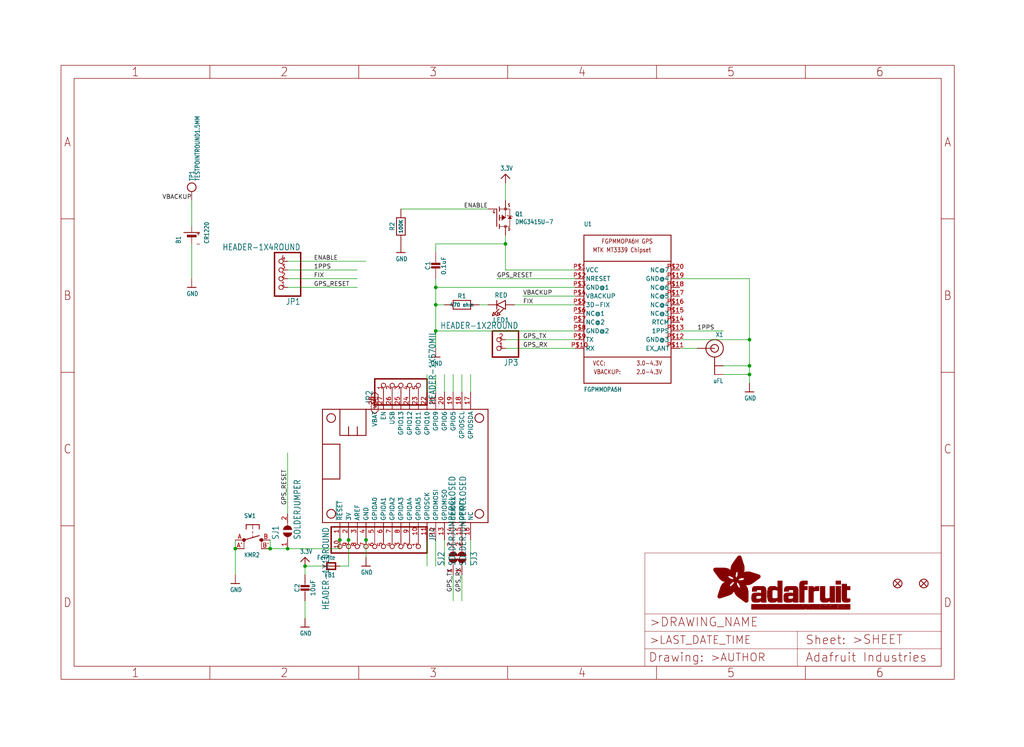
<source format=kicad_sch>
(kicad_sch (version 20211123) (generator eeschema)
  (paper "User" 298.45 217.881)
  (lib_symbols
    (symbol "eagleSchem-eagle-import:3.3V" (power)
      (property "Value" "3.3V" (at -1.524 1.016 0))
      (symbol "3.3V_1_0"
        (pin power_in line (at 0 -2.54 90) (length 2.54) (name "3.3V") (number "1"))
      )
    )
    (symbol "eagleSchem-eagle-import:ANTENNA_U.FL"
      (property "Reference" "X" (at -2.54 3.302 0))
      (property "Value" "ANTENNA_U.FL" (at -2.54 -10.16 0))
      (symbol "ANTENNA_U.FL_1_0"
        (pin passive line (at -2.54 -5.08 0) (length 2.54) (name "GND@0") (number "1"))
        (pin passive line (at -2.54 -7.62 0) (length 2.54) (name "GND@1") (number "2"))
        (pin passive line (at 5.08 0 180) (length 5.08) (name "SIGNAL") (number "3"))
      )
    )
    (symbol "eagleSchem-eagle-import:BATTERYCR1220_2"
      (property "Reference" "B" (at -2.54 3.175 0))
      (property "Value" "BATTERYCR1220_2" (at -2.54 -5.08 0))
      (symbol "BATTERYCR1220_2_1_0"
        (text "+" (at 1.27 -1.143 900) (effects (font (size 1.27 1.0795)) (justify right top)))
        (text "-" (at -1.778 -1.143 900) (effects (font (size 1.27 1.0795)) (justify right top)))
        (pin passive line (at 2.54 0 180) (length 0) (name "+") (number "+"))
        (pin passive line (at -2.54 0 0) (length 0) (name "-") (number "-"))
      )
    )
    (symbol "eagleSchem-eagle-import:CAP_CERAMIC0805-NOOUTLINE"
      (property "Reference" "C" (at -2.29 1.25 90))
      (property "Value" "CAP_CERAMIC0805-NOOUTLINE" (at 2.3 1.25 90))
      (symbol "CAP_CERAMIC0805-NOOUTLINE_1_0"
        (pin passive line (at 0 5.08 270) (length 2.54) (name "1") (number "1"))
        (pin passive line (at 0 -2.54 90) (length 2.54) (name "2") (number "2"))
      )
    )
    (symbol "eagleSchem-eagle-import:FEATHERWING"
      (symbol "FEATHERWING_1_0"
        (pin input line (at 5.08 -5.08 90) (length 5.08) (name "~{RESET}") (number "1"))
        (pin bidirectional line (at 27.94 -5.08 90) (length 5.08) (name "GPIOA5") (number "10"))
        (pin bidirectional line (at 30.48 -5.08 90) (length 5.08) (name "GPIOSCK") (number "11"))
        (pin bidirectional line (at 33.02 -5.08 90) (length 5.08) (name "GPIOMOSI") (number "12"))
        (pin bidirectional line (at 35.56 -5.08 90) (length 5.08) (name "GPIOMISO") (number "13"))
        (pin bidirectional line (at 38.1 -5.08 90) (length 5.08) (name "GPIORX") (number "14"))
        (pin bidirectional line (at 40.64 -5.08 90) (length 5.08) (name "GPIOTX") (number "15"))
        (pin passive line (at 43.18 -5.08 90) (length 5.08) (name "NC") (number "16"))
        (pin bidirectional line (at 43.18 38.1 270) (length 5.08) (name "GPIOSDA") (number "17"))
        (pin bidirectional line (at 40.64 38.1 270) (length 5.08) (name "GPIOSCL") (number "18"))
        (pin bidirectional line (at 38.1 38.1 270) (length 5.08) (name "GPIO5") (number "19"))
        (pin power_in line (at 7.62 -5.08 90) (length 5.08) (name "3V") (number "2"))
        (pin bidirectional line (at 35.56 38.1 270) (length 5.08) (name "GPIO6") (number "20"))
        (pin bidirectional line (at 33.02 38.1 270) (length 5.08) (name "GPIO9") (number "21"))
        (pin bidirectional line (at 30.48 38.1 270) (length 5.08) (name "GPIO10") (number "22"))
        (pin bidirectional line (at 27.94 38.1 270) (length 5.08) (name "GPIO11") (number "23"))
        (pin bidirectional line (at 25.4 38.1 270) (length 5.08) (name "GPIO12") (number "24"))
        (pin bidirectional line (at 22.86 38.1 270) (length 5.08) (name "GPIO13") (number "25"))
        (pin power_in line (at 20.32 38.1 270) (length 5.08) (name "USB") (number "26"))
        (pin passive line (at 17.78 38.1 270) (length 5.08) (name "EN") (number "27"))
        (pin power_in line (at 15.24 38.1 270) (length 5.08) (name "VBAT") (number "28"))
        (pin passive line (at 10.16 -5.08 90) (length 5.08) (name "AREF") (number "3"))
        (pin power_in line (at 12.7 -5.08 90) (length 5.08) (name "GND") (number "4"))
        (pin bidirectional line (at 15.24 -5.08 90) (length 5.08) (name "GPIOA0") (number "5"))
        (pin bidirectional line (at 17.78 -5.08 90) (length 5.08) (name "GPIOA1") (number "6"))
        (pin bidirectional line (at 20.32 -5.08 90) (length 5.08) (name "GPIOA2") (number "7"))
        (pin bidirectional line (at 22.86 -5.08 90) (length 5.08) (name "GPIOA3") (number "8"))
        (pin bidirectional line (at 25.4 -5.08 90) (length 5.08) (name "GPIOA4") (number "9"))
      )
    )
    (symbol "eagleSchem-eagle-import:FERRITE-0805NO"
      (property "Reference" "FB" (at -1.27 1.905 0))
      (property "Value" "FERRITE-0805NO" (at -1.27 -3.175 0))
      (symbol "FERRITE-0805NO_1_0"
        (pin passive line (at -2.54 0 0) (length 2.54) (name "P$1") (number "1"))
        (pin passive line (at 2.54 0 180) (length 2.54) (name "P$2") (number "2"))
      )
    )
    (symbol "eagleSchem-eagle-import:FIDUCIAL{dblquote}{dblquote}")
    (symbol "eagleSchem-eagle-import:FRAME_A4_ADAFRUIT"
      (symbol "FRAME_A4_ADAFRUIT_0_0"
        (text "1" (at 21.6958 1.905 0) (effects (font (size 2.54 2.286))))
        (text "1" (at 21.6958 177.165 0) (effects (font (size 2.54 2.286))))
        (text "2" (at 65.0875 1.905 0) (effects (font (size 2.54 2.286))))
        (text "2" (at 65.0875 177.165 0) (effects (font (size 2.54 2.286))))
        (text "3" (at 108.4792 1.905 0) (effects (font (size 2.54 2.286))))
        (text "3" (at 108.4792 177.165 0) (effects (font (size 2.54 2.286))))
        (text "4" (at 151.8708 1.905 0) (effects (font (size 2.54 2.286))))
        (text "4" (at 151.8708 177.165 0) (effects (font (size 2.54 2.286))))
        (text "5" (at 195.2625 1.905 0) (effects (font (size 2.54 2.286))))
        (text "5" (at 195.2625 177.165 0) (effects (font (size 2.54 2.286))))
        (text "6" (at 238.6542 1.905 0) (effects (font (size 2.54 2.286))))
        (text "6" (at 238.6542 177.165 0) (effects (font (size 2.54 2.286))))
        (text "A" (at 1.905 156.6863 0) (effects (font (size 2.54 2.286))))
        (text "A" (at 258.445 156.6863 0) (effects (font (size 2.54 2.286))))
        (text "B" (at 1.905 111.9188 0) (effects (font (size 2.54 2.286))))
        (text "B" (at 258.445 111.9188 0) (effects (font (size 2.54 2.286))))
        (text "C" (at 1.905 67.1513 0) (effects (font (size 2.54 2.286))))
        (text "C" (at 258.445 67.1513 0) (effects (font (size 2.54 2.286))))
        (text "D" (at 1.905 22.3838 0) (effects (font (size 2.54 2.286))))
        (text "D" (at 258.445 22.3838 0) (effects (font (size 2.54 2.286))))
      )
      (symbol "FRAME_A4_ADAFRUIT_1_0"
        (text ">AUTHOR" (at 189.23 5.08 0) (effects (font (size 2.286 2.286)) (justify left bottom)))
        (text ">DRAWING_NAME" (at 171.45 15.24 0) (effects (font (size 2.54 2.54)) (justify left bottom)))
        (text ">LAST_DATE_TIME" (at 171.45 10.16 0) (effects (font (size 2.286 2.286)) (justify left bottom)))
        (text ">SHEET" (at 230.505 10.16 0) (effects (font (size 2.54 2.54)) (justify left bottom)))
        (text "Adafruit Industries" (at 216.916 4.953 0) (effects (font (size 2.54 2.54)) (justify left bottom)))
        (text "Drawing:" (at 171.196 4.953 0) (effects (font (size 2.54 2.54)) (justify left bottom)))
        (text "Sheet:" (at 216.916 10.033 0) (effects (font (size 2.54 2.54)) (justify left bottom)))
      )
    )
    (symbol "eagleSchem-eagle-import:GND" (power)
      (property "Value" "GND" (at -1.524 -2.54 0))
      (symbol "GND_1_0"
        (pin power_in line (at 0 2.54 270) (length 2.54) (name "GND") (number "1"))
      )
    )
    (symbol "eagleSchem-eagle-import:GPS_FGPMMOPA6H"
      (property "Reference" "U" (at -12.7 22.86 0))
      (property "Value" "GPS_FGPMMOPA6H" (at -12.7 -25.4 0))
      (symbol "GPS_FGPMMOPA6H_1_0"
        (text "2.0-4.3V" (at 2.54 -20.32 0) (effects (font (size 1.27 1.0795)) (justify left bottom)))
        (text "3.0-4.3V" (at 2.54 -17.78 0) (effects (font (size 1.27 1.0795)) (justify left bottom)))
        (text "FGPMMOPA6H GPS" (at -7.62 17.78 0) (effects (font (size 1.27 1.0795)) (justify left bottom)))
        (text "MTK MT3339 Chipset" (at -10.16 15.24 0) (effects (font (size 1.27 1.0795)) (justify left bottom)))
        (text "VBACKUP:" (at -9.906 -20.32 0) (effects (font (size 1.27 1.0795)) (justify left bottom)))
        (text "VCC:" (at -10.16 -17.78 0) (effects (font (size 1.27 1.0795)) (justify left bottom)))
        (pin bidirectional line (at -15.24 10.16 0) (length 2.54) (name "VCC") (number "P$1"))
        (pin bidirectional line (at -15.24 -12.7 0) (length 2.54) (name "RX") (number "P$10"))
        (pin bidirectional line (at 15.24 -12.7 180) (length 2.54) (name "EX_ANT") (number "P$11"))
        (pin bidirectional line (at 15.24 -10.16 180) (length 2.54) (name "GND@3") (number "P$12"))
        (pin bidirectional line (at 15.24 -7.62 180) (length 2.54) (name "1PPS") (number "P$13"))
        (pin bidirectional line (at 15.24 -5.08 180) (length 2.54) (name "RTCM") (number "P$14"))
        (pin bidirectional line (at 15.24 -2.54 180) (length 2.54) (name "NC@3") (number "P$15"))
        (pin bidirectional line (at 15.24 0 180) (length 2.54) (name "NC@4") (number "P$16"))
        (pin bidirectional line (at 15.24 2.54 180) (length 2.54) (name "NC@5") (number "P$17"))
        (pin bidirectional line (at 15.24 5.08 180) (length 2.54) (name "NC@6") (number "P$18"))
        (pin bidirectional line (at 15.24 7.62 180) (length 2.54) (name "GND@4") (number "P$19"))
        (pin bidirectional line (at -15.24 7.62 0) (length 2.54) (name "NRESET") (number "P$2"))
        (pin bidirectional line (at 15.24 10.16 180) (length 2.54) (name "NC@7") (number "P$20"))
        (pin bidirectional line (at -15.24 5.08 0) (length 2.54) (name "GND@1") (number "P$3"))
        (pin bidirectional line (at -15.24 2.54 0) (length 2.54) (name "VBACKUP") (number "P$4"))
        (pin bidirectional line (at -15.24 0 0) (length 2.54) (name "3D-FIX") (number "P$5"))
        (pin bidirectional line (at -15.24 -2.54 0) (length 2.54) (name "NC@1") (number "P$6"))
        (pin bidirectional line (at -15.24 -5.08 0) (length 2.54) (name "NC@2") (number "P$7"))
        (pin bidirectional line (at -15.24 -7.62 0) (length 2.54) (name "GND@2") (number "P$8"))
        (pin bidirectional line (at -15.24 -10.16 0) (length 2.54) (name "TX") (number "P$9"))
      )
    )
    (symbol "eagleSchem-eagle-import:HEADER-1X10ROUND"
      (property "Reference" "JP" (at -6.35 13.335 0))
      (property "Value" "HEADER-1X10ROUND" (at -6.35 -17.78 0))
      (symbol "HEADER-1X10ROUND_1_0"
        (pin passive inverted (at -2.54 10.16 0) (length 2.54) (name "1") (number "1"))
        (pin passive inverted (at -2.54 -12.7 0) (length 2.54) (name "10") (number "10"))
        (pin passive inverted (at -2.54 7.62 0) (length 2.54) (name "2") (number "2"))
        (pin passive inverted (at -2.54 5.08 0) (length 2.54) (name "3") (number "3"))
        (pin passive inverted (at -2.54 2.54 0) (length 2.54) (name "4") (number "4"))
        (pin passive inverted (at -2.54 0 0) (length 2.54) (name "5") (number "5"))
        (pin passive inverted (at -2.54 -2.54 0) (length 2.54) (name "6") (number "6"))
        (pin passive inverted (at -2.54 -5.08 0) (length 2.54) (name "7") (number "7"))
        (pin passive inverted (at -2.54 -7.62 0) (length 2.54) (name "8") (number "8"))
        (pin passive inverted (at -2.54 -10.16 0) (length 2.54) (name "9") (number "9"))
      )
    )
    (symbol "eagleSchem-eagle-import:HEADER-1X2ROUND"
      (property "Reference" "JP" (at -6.35 5.715 0))
      (property "Value" "HEADER-1X2ROUND" (at -6.35 -5.08 0))
      (symbol "HEADER-1X2ROUND_1_0"
        (pin passive inverted (at -2.54 2.54 0) (length 2.54) (name "1") (number "1"))
        (pin passive inverted (at -2.54 0 0) (length 2.54) (name "2") (number "2"))
      )
    )
    (symbol "eagleSchem-eagle-import:HEADER-1X4ROUND"
      (property "Reference" "JP" (at -6.35 8.255 0))
      (property "Value" "HEADER-1X4ROUND" (at -6.35 -7.62 0))
      (symbol "HEADER-1X4ROUND_1_0"
        (pin passive inverted (at -2.54 5.08 0) (length 2.54) (name "1") (number "1"))
        (pin passive inverted (at -2.54 2.54 0) (length 2.54) (name "2") (number "2"))
        (pin passive inverted (at -2.54 0 0) (length 2.54) (name "3") (number "3"))
        (pin passive inverted (at -2.54 -2.54 0) (length 2.54) (name "4") (number "4"))
      )
    )
    (symbol "eagleSchem-eagle-import:HEADER-1X570MIL"
      (property "Reference" "JP" (at -6.35 8.255 0))
      (property "Value" "HEADER-1X570MIL" (at -6.35 -10.16 0))
      (symbol "HEADER-1X570MIL_1_0"
        (pin passive inverted (at -2.54 5.08 0) (length 2.54) (name "1") (number "1"))
        (pin passive inverted (at -2.54 2.54 0) (length 2.54) (name "2") (number "2"))
        (pin passive inverted (at -2.54 0 0) (length 2.54) (name "3") (number "3"))
        (pin passive inverted (at -2.54 -2.54 0) (length 2.54) (name "4") (number "4"))
        (pin passive inverted (at -2.54 -5.08 0) (length 2.54) (name "5") (number "5"))
      )
    )
    (symbol "eagleSchem-eagle-import:LED0805_NOOUTLINE"
      (property "Reference" "D" (at -1.27 4.445 0))
      (property "Value" "LED0805_NOOUTLINE" (at -1.27 -2.794 0))
      (symbol "LED0805_NOOUTLINE_1_0"
        (pin passive line (at -5.08 0 0) (length 2.54) (name "A") (number "A"))
        (pin passive line (at 2.54 0 180) (length 2.54) (name "C") (number "C"))
      )
    )
    (symbol "eagleSchem-eagle-import:MOSFET-PWIDE"
      (property "Reference" "Q" (at 2.794 0.381 0))
      (property "Value" "MOSFET-PWIDE" (at 2.794 -1.905 0))
      (symbol "MOSFET-PWIDE_1_0"
        (text "D" (at 0.635 -3.81 0) (effects (font (size 0.8128 0.6908)) (justify left bottom)))
        (text "G" (at -3.81 1.27 0) (effects (font (size 0.8128 0.6908)) (justify left bottom)))
        (text "S" (at 0.635 3.175 0) (effects (font (size 0.8128 0.6908)) (justify left bottom)))
        (pin passive line (at -5.08 2.54 0) (length 2.54) (name "G") (number "1"))
        (pin passive line (at 0 5.08 270) (length 2.54) (name "S") (number "2"))
        (pin passive line (at 0 -5.08 90) (length 2.54) (name "D") (number "3"))
      )
    )
    (symbol "eagleSchem-eagle-import:RESISTOR0805_NOOUTLINE"
      (property "Reference" "R" (at 0 2.54 0))
      (property "Value" "RESISTOR0805_NOOUTLINE" (at 0 0 0))
      (symbol "RESISTOR0805_NOOUTLINE_1_0"
        (pin passive line (at -5.08 0 0) (length 2.54) (name "1") (number "1"))
        (pin passive line (at 5.08 0 180) (length 2.54) (name "2") (number "2"))
      )
    )
    (symbol "eagleSchem-eagle-import:SOLDERJUMPER"
      (property "Reference" "SJ" (at -2.54 2.54 0))
      (property "Value" "SOLDERJUMPER" (at -2.54 -3.81 0))
      (symbol "SOLDERJUMPER_1_0"
        (pin passive line (at -5.08 0 0) (length 2.54) (name "1") (number "1"))
        (pin passive line (at 5.08 0 180) (length 2.54) (name "2") (number "2"))
      )
    )
    (symbol "eagleSchem-eagle-import:SOLDERJUMPERCLOSED"
      (property "Reference" "SJ" (at -2.54 2.54 0))
      (property "Value" "SOLDERJUMPERCLOSED" (at -2.54 -3.81 0))
      (symbol "SOLDERJUMPERCLOSED_1_0"
        (pin passive line (at -5.08 0 0) (length 2.54) (name "1") (number "1"))
        (pin passive line (at 5.08 0 180) (length 2.54) (name "2") (number "2"))
      )
    )
    (symbol "eagleSchem-eagle-import:SWITCH_TACT_SMT4.6X2.8"
      (property "Reference" "SW" (at -2.54 6.35 0))
      (property "Value" "SWITCH_TACT_SMT4.6X2.8" (at -2.54 -5.08 0))
      (symbol "SWITCH_TACT_SMT4.6X2.8_1_0"
        (pin passive line (at -5.08 0 0) (length 2.54) (name "P") (number "A"))
        (pin passive line (at -5.08 -2.54 0) (length 2.54) (name "P1") (number "A'"))
        (pin passive line (at 5.08 0 180) (length 2.54) (name "S") (number "B"))
        (pin passive line (at 5.08 -2.54 180) (length 2.54) (name "S1") (number "B'"))
      )
    )
    (symbol "eagleSchem-eagle-import:TESTPOINTROUND1.5MM"
      (property "Reference" "TP" (at 0 5.588 90))
      (property "Value" "TESTPOINTROUND1.5MM" (at 1.651 5.588 90))
      (symbol "TESTPOINTROUND1.5MM_1_0"
        (pin bidirectional line (at 0 0 90) (length 2.54) (name "P$1") (number "P$1"))
      )
    )
  )
  (junction (at 106.68 157.48))
  (junction (at 127 88.9))
  (junction (at 127 96.52))
  (junction (at 218.44 106.68))
  (junction (at 88.9 165.1))
  (junction (at 68.58 160.02))
  (junction (at 78.74 160.02))
  (junction (at 101.6 157.48))
  (junction (at 127 83.82))
  (junction (at 147.32 71.12))
  (junction (at 218.44 109.22))
  (junction (at 218.44 99.06))
  (junction (at 99.06 157.48))
  (junction (at 83.82 160.02))
  (wire (pts (xy 198.12 99.06) (xy 218.44 99.06)))
  (wire (pts (xy 127 83.82) (xy 127 88.9)))
  (wire (pts (xy 127 88.9) (xy 127 96.52)))
  (wire (pts (xy 83.82 76.2) (xy 106.68 76.2)))
  (wire (pts (xy 127 157.48) (xy 127 165.1)))
  (wire (pts (xy 218.44 109.22) (xy 218.44 111.76)))
  (wire (pts (xy 198.12 81.28) (xy 218.44 81.28)))
  (wire (pts (xy 167.64 81.28) (xy 144.78 81.28)))
  (wire (pts (xy 68.58 157.48) (xy 68.58 160.02)))
  (wire (pts (xy 147.32 53.34) (xy 147.32 58.42)))
  (wire (pts (xy 198.12 101.6) (xy 203.2 101.6)))
  (wire (pts (xy 124.46 157.48) (xy 124.46 165.1)))
  (wire (pts (xy 93.98 165.1) (xy 88.9 165.1)))
  (wire (pts (xy 210.82 109.22) (xy 218.44 109.22)))
  (wire (pts (xy 137.16 109.22) (xy 137.16 114.3)))
  (wire (pts (xy 83.82 149.86) (xy 83.82 132.08)))
  (wire (pts (xy 132.08 167.64) (xy 132.08 175.26)))
  (wire (pts (xy 83.82 160.02) (xy 99.06 160.02)))
  (wire (pts (xy 101.6 165.1) (xy 99.06 165.1)))
  (wire (pts (xy 167.64 83.82) (xy 127 83.82)))
  (wire (pts (xy 218.44 106.68) (xy 218.44 109.22)))
  (wire (pts (xy 88.9 175.26) (xy 88.9 180.34)))
  (wire (pts (xy 142.24 60.96) (xy 116.84 60.96)))
  (wire (pts (xy 167.64 88.9) (xy 149.86 88.9)))
  (wire (pts (xy 127 81.28) (xy 127 83.82)))
  (wire (pts (xy 210.82 106.68) (xy 218.44 106.68)))
  (wire (pts (xy 129.54 157.48) (xy 129.54 165.1)))
  (wire (pts (xy 129.54 109.22) (xy 129.54 114.3)))
  (wire (pts (xy 142.24 88.9) (xy 139.7 88.9)))
  (wire (pts (xy 68.58 160.02) (xy 68.58 167.64)))
  (wire (pts (xy 55.88 71.12) (xy 55.88 81.28)))
  (wire (pts (xy 78.74 160.02) (xy 83.82 160.02)))
  (wire (pts (xy 134.62 109.22) (xy 134.62 114.3)))
  (wire (pts (xy 88.9 165.1) (xy 88.9 167.64)))
  (wire (pts (xy 83.82 78.74) (xy 104.14 78.74)))
  (wire (pts (xy 127 71.12) (xy 147.32 71.12)))
  (wire (pts (xy 218.44 81.28) (xy 218.44 99.06)))
  (wire (pts (xy 124.46 109.22) (xy 124.46 114.3)))
  (wire (pts (xy 198.12 96.52) (xy 210.82 96.52)))
  (wire (pts (xy 83.82 81.28) (xy 104.14 81.28)))
  (wire (pts (xy 167.64 86.36) (xy 152.4 86.36)))
  (wire (pts (xy 55.88 66.04) (xy 55.88 58.42)))
  (wire (pts (xy 78.74 157.48) (xy 78.74 160.02)))
  (wire (pts (xy 218.44 99.06) (xy 218.44 106.68)))
  (wire (pts (xy 101.6 157.48) (xy 101.6 165.1)))
  (wire (pts (xy 104.14 83.82) (xy 83.82 83.82)))
  (wire (pts (xy 132.08 109.22) (xy 132.08 114.3)))
  (wire (pts (xy 167.64 96.52) (xy 127 96.52)))
  (wire (pts (xy 147.32 68.58) (xy 147.32 71.12)))
  (wire (pts (xy 147.32 71.12) (xy 147.32 78.74)))
  (wire (pts (xy 167.64 78.74) (xy 147.32 78.74)))
  (wire (pts (xy 137.16 157.48) (xy 137.16 165.1)))
  (wire (pts (xy 167.64 99.06) (xy 147.32 99.06)))
  (wire (pts (xy 134.62 167.64) (xy 134.62 175.26)))
  (wire (pts (xy 167.64 101.6) (xy 147.32 101.6)))
  (wire (pts (xy 127 73.66) (xy 127 71.12)))
  (wire (pts (xy 129.54 88.9) (xy 127 88.9)))
  (wire (pts (xy 106.68 162.56) (xy 106.68 157.48)))
  (wire (pts (xy 127 96.52) (xy 127 101.6)))
  (wire (pts (xy 127 109.22) (xy 127 114.3)))
  (wire (pts (xy 99.06 160.02) (xy 99.06 157.48)))
  (label "GPS_RESET" (at 144.78 81.28 0) (effects (font (size 1.2446 1.2446))))
  (label "GPS_TX" (at 152.4 99.06 0) (effects (font (size 1.2446 1.2446))))
  (label "GPS_TX" (at 132.08 172.72 90) (effects (font (size 1.2446 1.2446))))
  (label "GPS_RX" (at 152.4 101.6 0) (effects (font (size 1.2446 1.2446))))
  (label "GPS_RESET" (at 83.82 147.32 90) (effects (font (size 1.2446 1.2446))))
  (label "1PPS" (at 91.44 78.74 0) (effects (font (size 1.2446 1.2446))))
  (label "VBACKUP" (at 55.88 58.42 180) (effects (font (size 1.2446 1.2446))))
  (label "ENABLE" (at 142.24 60.96 180) (effects (font (size 1.2446 1.2446))))
  (label "FIX" (at 152.4 88.9 0) (effects (font (size 1.2446 1.2446))))
  (label "VBACKUP" (at 152.4 86.36 0) (effects (font (size 1.2446 1.2446))))
  (label "ENABLE" (at 91.44 76.2 0) (effects (font (size 1.2446 1.2446))))
  (label "FIX" (at 91.44 81.28 0) (effects (font (size 1.2446 1.2446))))
  (label "GPS_RX" (at 134.62 172.72 90) (effects (font (size 1.2446 1.2446))))
  (label "1PPS" (at 203.2 96.52 0) (effects (font (size 1.2446 1.2446))))
  (label "GPS_RESET" (at 91.44 83.82 0) (effects (font (size 1.2446 1.2446))))
  (global_label "VBAT" (shape bidirectional) (at 109.22 114.3 270) (effects (font (size 1.016 1.016))) (property "Intersheet References" "${INTERSHEET_REFS}" (effects hide)))
  (global_label "VBAT" (shape bidirectional) (at 109.22 114.3 270) (effects (font (size 1.016 1.016))) (property "Intersheet References" "${INTERSHEET_REFS}" (effects hide)))
  (symbol (lib_id "eagleSchem-eagle-import:FIDUCIAL{dblquote}{dblquote}") (at 269.24 170.18 0) (unit 1)
    (property "Reference" "FID1" (effects hide))
    (property "Value" "FIDUCIAL{dblquote}{dblquote}" (effects hide))
    (property "Footprint" "eagleSchem:FIDUCIAL_1MM" (effects hide))
  )
  (symbol (lib_id "eagleSchem-eagle-import:GND") (at 55.88 83.82 0) (unit 1)
    (property "Reference" "#U$14" (effects hide))
    (property "Value" "GND" (at 54.356 86.36 0) (effects (font (size 1.27 1.0795)) (justify left bottom)))
    (property "Footprint" "eagleSchem:" (effects hide))
  )
  (symbol (lib_id "eagleSchem-eagle-import:CAP_CERAMIC0805-NOOUTLINE") (at 88.9 172.72 0) (unit 1)
    (property "Reference" "C2" (at 86.61 171.47 90))
    (property "Value" "10uF" (at 91.2 171.47 90))
    (property "Footprint" "eagleSchem:0805-NO" (effects hide))
  )
  (symbol (lib_id "eagleSchem-eagle-import:GND") (at 218.44 114.3 0) (unit 1)
    (property "Reference" "#U$19" (effects hide))
    (property "Value" "GND" (at 216.916 116.84 0) (effects (font (size 1.27 1.0795)) (justify left bottom)))
    (property "Footprint" "eagleSchem:" (effects hide))
  )
  (symbol (lib_id "eagleSchem-eagle-import:SOLDERJUMPERCLOSED") (at 134.62 162.56 270) (mirror x) (unit 1)
    (property "Reference" "SJ3" (at 137.16 165.1 0) (effects (font (size 1.778 1.5113)) (justify left bottom)))
    (property "Value" "SOLDERJUMPERCLOSED" (at 130.81 165.1 0) (effects (font (size 1.778 1.5113)) (justify left bottom)))
    (property "Footprint" "eagleSchem:SOLDERJUMPER_CLOSEDWIRE" (effects hide))
  )
  (symbol (lib_id "eagleSchem-eagle-import:GND") (at 127 104.14 0) (unit 1)
    (property "Reference" "#U$2" (effects hide))
    (property "Value" "GND" (at 125.476 106.68 0) (effects (font (size 1.27 1.0795)) (justify left bottom)))
    (property "Footprint" "eagleSchem:" (effects hide))
  )
  (symbol (lib_id "eagleSchem-eagle-import:BATTERYCR1220_2") (at 55.88 68.58 90) (unit 1)
    (property "Reference" "B1" (at 52.705 71.12 0) (effects (font (size 1.27 1.0795)) (justify left bottom)))
    (property "Value" "CR1220" (at 60.96 71.12 0) (effects (font (size 1.27 1.0795)) (justify left bottom)))
    (property "Footprint" "eagleSchem:CR1220-2" (effects hide))
  )
  (symbol (lib_id "eagleSchem-eagle-import:HEADER-1X570MIL") (at 116.84 111.76 90) (unit 1)
    (property "Reference" "JP2" (at 108.585 118.11 0) (effects (font (size 1.778 1.5113)) (justify left bottom)))
    (property "Value" "HEADER-1X570MIL" (at 127 118.11 0) (effects (font (size 1.778 1.5113)) (justify left bottom)))
    (property "Footprint" "eagleSchem:1X05_ROUND_70" (effects hide))
  )
  (symbol (lib_id "eagleSchem-eagle-import:RESISTOR0805_NOOUTLINE") (at 134.62 88.9 0) (unit 1)
    (property "Reference" "R1" (at 134.62 86.36 0))
    (property "Value" "470 ohm" (at 134.62 88.9 0) (effects (font (size 1.016 1.016) bold)))
    (property "Footprint" "eagleSchem:0805-NO" (effects hide))
  )
  (symbol (lib_id "eagleSchem-eagle-import:HEADER-1X10ROUND") (at 111.76 160.02 270) (unit 1)
    (property "Reference" "JP4" (at 125.095 153.67 0) (effects (font (size 1.778 1.5113)) (justify left bottom)))
    (property "Value" "HEADER-1X10ROUND" (at 93.98 153.67 0) (effects (font (size 1.778 1.5113)) (justify left bottom)))
    (property "Footprint" "eagleSchem:1X10_ROUND" (effects hide))
  )
  (symbol (lib_id "eagleSchem-eagle-import:GND") (at 88.9 182.88 0) (unit 1)
    (property "Reference" "#U$5" (effects hide))
    (property "Value" "GND" (at 87.376 185.42 0) (effects (font (size 1.27 1.0795)) (justify left bottom)))
    (property "Footprint" "eagleSchem:" (effects hide))
  )
  (symbol (lib_id "eagleSchem-eagle-import:ANTENNA_U.FL") (at 208.28 101.6 0) (mirror y) (unit 1)
    (property "Reference" "X1" (at 210.82 98.298 0) (effects (font (size 1.27 1.0795)) (justify left bottom)))
    (property "Value" "uFL" (at 210.82 111.76 0) (effects (font (size 1.27 1.0795)) (justify left bottom)))
    (property "Footprint" "eagleSchem:U.FL" (effects hide))
  )
  (symbol (lib_id "eagleSchem-eagle-import:FEATHERWING") (at 93.98 152.4 0) (unit 1)
    (property "Reference" "MS1" (effects hide))
    (property "Value" "FEATHERWING" (effects hide))
    (property "Footprint" "eagleSchem:FEATHERWING" (effects hide))
  )
  (symbol (lib_id "eagleSchem-eagle-import:GND") (at 106.68 165.1 0) (unit 1)
    (property "Reference" "#U$8" (effects hide))
    (property "Value" "GND" (at 105.156 167.64 0) (effects (font (size 1.27 1.0795)) (justify left bottom)))
    (property "Footprint" "eagleSchem:" (effects hide))
  )
  (symbol (lib_id "eagleSchem-eagle-import:GND") (at 116.84 73.66 0) (unit 1)
    (property "Reference" "#U$7" (effects hide))
    (property "Value" "GND" (at 115.316 76.2 0) (effects (font (size 1.27 1.0795)) (justify left bottom)))
    (property "Footprint" "eagleSchem:" (effects hide))
  )
  (symbol (lib_id "eagleSchem-eagle-import:HEADER-1X4ROUND") (at 81.28 78.74 180) (unit 1)
    (property "Reference" "JP1" (at 87.63 86.995 0) (effects (font (size 1.778 1.5113)) (justify left bottom)))
    (property "Value" "HEADER-1X4ROUND" (at 87.63 71.12 0) (effects (font (size 1.778 1.5113)) (justify left bottom)))
    (property "Footprint" "eagleSchem:1X04_ROUND" (effects hide))
  )
  (symbol (lib_id "eagleSchem-eagle-import:SOLDERJUMPER") (at 83.82 154.94 90) (unit 1)
    (property "Reference" "SJ1" (at 81.28 157.48 0) (effects (font (size 1.778 1.5113)) (justify left bottom)))
    (property "Value" "SOLDERJUMPER" (at 87.63 157.48 0) (effects (font (size 1.778 1.5113)) (justify left bottom)))
    (property "Footprint" "eagleSchem:SOLDERJUMPER_ARROW_NOPASTE" (effects hide))
  )
  (symbol (lib_id "eagleSchem-eagle-import:SWITCH_TACT_SMT4.6X2.8") (at 73.66 157.48 0) (unit 1)
    (property "Reference" "SW1" (at 71.12 151.13 0) (effects (font (size 1.27 1.0795)) (justify left bottom)))
    (property "Value" "KMR2" (at 71.12 162.56 0) (effects (font (size 1.27 1.0795)) (justify left bottom)))
    (property "Footprint" "eagleSchem:BTN_KMR2_4.6X2.8" (effects hide))
  )
  (symbol (lib_id "eagleSchem-eagle-import:3.3V") (at 147.32 50.8 0) (unit 1)
    (property "Reference" "#U$4" (effects hide))
    (property "Value" "3.3V" (at 145.796 49.784 0) (effects (font (size 1.27 1.0795)) (justify left bottom)))
    (property "Footprint" "eagleSchem:" (effects hide))
  )
  (symbol (lib_id "eagleSchem-eagle-import:GND") (at 68.58 170.18 0) (unit 1)
    (property "Reference" "#U$6" (effects hide))
    (property "Value" "GND" (at 67.056 172.72 0) (effects (font (size 1.27 1.0795)) (justify left bottom)))
    (property "Footprint" "eagleSchem:" (effects hide))
  )
  (symbol (lib_id "eagleSchem-eagle-import:3.3V") (at 88.9 162.56 0) (unit 1)
    (property "Reference" "#U$3" (effects hide))
    (property "Value" "3.3V" (at 87.376 161.544 0) (effects (font (size 1.27 1.0795)) (justify left bottom)))
    (property "Footprint" "eagleSchem:" (effects hide))
  )
  (symbol (lib_id "eagleSchem-eagle-import:TESTPOINTROUND1.5MM") (at 55.88 58.42 0) (unit 1)
    (property "Reference" "TP1" (at 55.88 52.832 90) (effects (font (size 1.27 1.0795)) (justify left)))
    (property "Value" "TESTPOINTROUND1.5MM" (at 57.531 52.832 90) (effects (font (size 1.27 1.0795)) (justify left)))
    (property "Footprint" "eagleSchem:TESTPOINT_ROUND_1.5MM" (effects hide))
  )
  (symbol (lib_id "eagleSchem-eagle-import:FRAME_A4_ADAFRUIT") (at 17.78 198.12 0) (unit 1)
    (property "Reference" "#U$1" (effects hide))
    (property "Value" "FRAME_A4_ADAFRUIT" (effects hide))
    (property "Footprint" "eagleSchem:" (effects hide))
  )
  (symbol (lib_id "eagleSchem-eagle-import:MOSFET-PWIDE") (at 147.32 63.5 0) (unit 1)
    (property "Reference" "Q1" (at 150.114 63.119 0) (effects (font (size 1.27 1.0795)) (justify left bottom)))
    (property "Value" "DMG3415U-7 " (at 150.114 65.405 0) (effects (font (size 1.27 1.0795)) (justify left bottom)))
    (property "Footprint" "eagleSchem:SOT23-WIDE" (effects hide))
  )
  (symbol (lib_id "eagleSchem-eagle-import:HEADER-1X2ROUND") (at 144.78 99.06 180) (unit 1)
    (property "Reference" "JP3" (at 151.13 104.775 0) (effects (font (size 1.778 1.5113)) (justify left bottom)))
    (property "Value" "HEADER-1X2ROUND" (at 151.13 93.98 0) (effects (font (size 1.778 1.5113)) (justify left bottom)))
    (property "Footprint" "eagleSchem:1X02_ROUND" (effects hide))
  )
  (symbol (lib_id "eagleSchem-eagle-import:FERRITE-0805NO") (at 96.52 165.1 180) (unit 1)
    (property "Reference" "FB1" (at 97.79 167.005 0) (effects (font (size 1.27 1.0795)) (justify left bottom)))
    (property "Value" "Ferrite" (at 97.79 161.925 0) (effects (font (size 1.27 1.0795)) (justify left bottom)))
    (property "Footprint" "eagleSchem:0805-NO" (effects hide))
  )
  (symbol (lib_id "eagleSchem-eagle-import:CAP_CERAMIC0805-NOOUTLINE") (at 127 78.74 0) (unit 1)
    (property "Reference" "C1" (at 124.71 77.49 90))
    (property "Value" "0.1uF" (at 129.3 77.49 90))
    (property "Footprint" "eagleSchem:0805-NO" (effects hide))
  )
  (symbol (lib_id "eagleSchem-eagle-import:SOLDERJUMPERCLOSED") (at 132.08 162.56 90) (unit 1)
    (property "Reference" "SJ2" (at 129.54 165.1 0) (effects (font (size 1.778 1.5113)) (justify left bottom)))
    (property "Value" "SOLDERJUMPERCLOSED" (at 135.89 165.1 0) (effects (font (size 1.778 1.5113)) (justify left bottom)))
    (property "Footprint" "eagleSchem:SOLDERJUMPER_CLOSEDWIRE" (effects hide))
  )
  (symbol (lib_id "eagleSchem-eagle-import:RESISTOR0805_NOOUTLINE") (at 116.84 66.04 90) (unit 1)
    (property "Reference" "R2" (at 114.3 66.04 0))
    (property "Value" "100K" (at 116.84 66.04 0) (effects (font (size 1.016 1.016) bold)))
    (property "Footprint" "eagleSchem:0805-NO" (effects hide))
  )
  (symbol (lib_id "eagleSchem-eagle-import:FIDUCIAL{dblquote}{dblquote}") (at 261.62 170.18 0) (unit 1)
    (property "Reference" "FID2" (effects hide))
    (property "Value" "FIDUCIAL{dblquote}{dblquote}" (effects hide))
    (property "Footprint" "eagleSchem:FIDUCIAL_1MM" (effects hide))
  )
  (symbol (lib_id "eagleSchem-eagle-import:LED0805_NOOUTLINE") (at 144.78 88.9 180) (unit 1)
    (property "Reference" "LED1" (at 146.05 93.345 0))
    (property "Value" "RED" (at 146.05 86.106 0))
    (property "Footprint" "eagleSchem:CHIPLED_0805_NOOUTLINE" (effects hide))
  )
  (symbol (lib_id "eagleSchem-eagle-import:GPS_FGPMMOPA6H") (at 182.88 88.9 0) (unit 1)
    (property "Reference" "U1" (at 170.18 66.04 0) (effects (font (size 1.27 1.0795)) (justify left bottom)))
    (property "Value" "FGPMMOPA6H" (at 170.18 114.3 0) (effects (font (size 1.27 1.0795)) (justify left bottom)))
    (property "Footprint" "eagleSchem:FGPMMOPA6H" (effects hide))
  )
)
</source>
